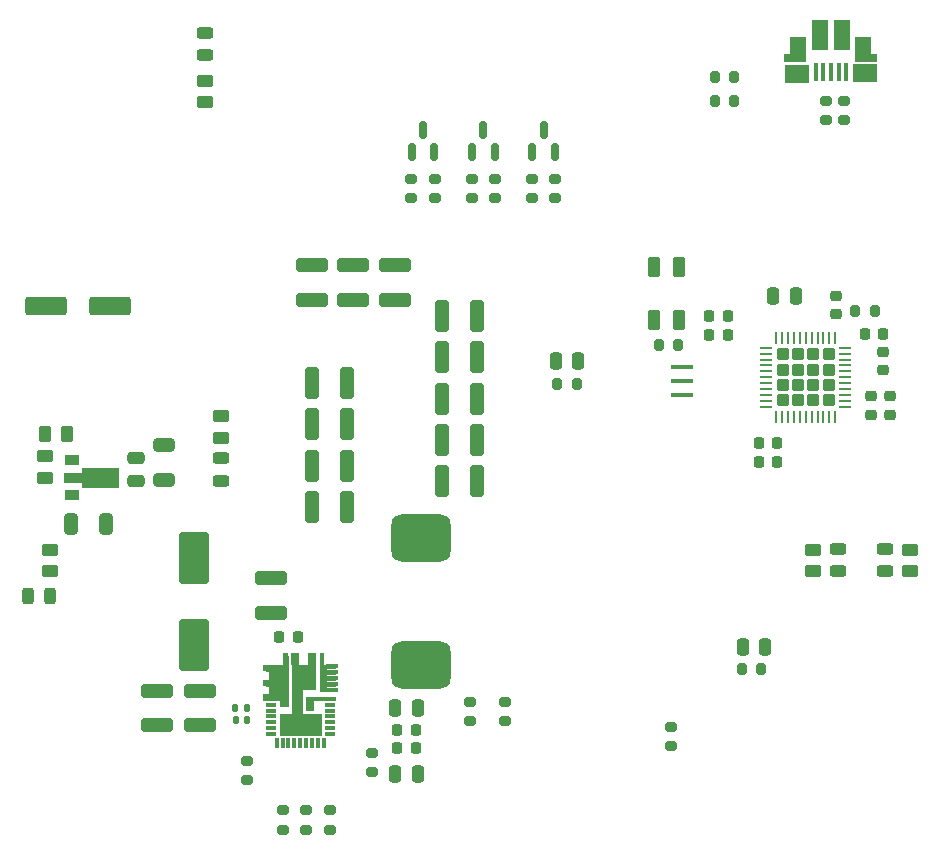
<source format=gtp>
G04 #@! TF.GenerationSoftware,KiCad,Pcbnew,(6.0.9)*
G04 #@! TF.CreationDate,2023-01-29T21:25:14-08:00*
G04 #@! TF.ProjectId,RadarPanelController,52616461-7250-4616-9e65-6c436f6e7472,REV1*
G04 #@! TF.SameCoordinates,Original*
G04 #@! TF.FileFunction,Paste,Top*
G04 #@! TF.FilePolarity,Positive*
%FSLAX46Y46*%
G04 Gerber Fmt 4.6, Leading zero omitted, Abs format (unit mm)*
G04 Created by KiCad (PCBNEW (6.0.9)) date 2023-01-29 21:25:14*
%MOMM*%
%LPD*%
G01*
G04 APERTURE LIST*
G04 Aperture macros list*
%AMRoundRect*
0 Rectangle with rounded corners*
0 $1 Rounding radius*
0 $2 $3 $4 $5 $6 $7 $8 $9 X,Y pos of 4 corners*
0 Add a 4 corners polygon primitive as box body*
4,1,4,$2,$3,$4,$5,$6,$7,$8,$9,$2,$3,0*
0 Add four circle primitives for the rounded corners*
1,1,$1+$1,$2,$3*
1,1,$1+$1,$4,$5*
1,1,$1+$1,$6,$7*
1,1,$1+$1,$8,$9*
0 Add four rect primitives between the rounded corners*
20,1,$1+$1,$2,$3,$4,$5,0*
20,1,$1+$1,$4,$5,$6,$7,0*
20,1,$1+$1,$6,$7,$8,$9,0*
20,1,$1+$1,$8,$9,$2,$3,0*%
%AMFreePoly0*
4,1,21,2.125000,-3.300000,1.400000,-3.300000,1.400000,-2.775000,0.000000,-2.775000,0.000000,-2.225000,0.520000,-2.225000,0.520000,-1.525000,0.000000,-1.525000,0.000000,-0.975000,0.520000,-0.975000,0.520000,-0.275000,0.000000,-0.275000,0.000000,-0.000500,-0.000500,-0.000500,-0.000500,0.000500,0.000000,0.000500,0.000000,0.275000,1.725000,0.275000,1.725000,1.235000,2.125000,1.235000,
2.125000,-3.300000,2.125000,-3.300000,$1*%
%AMFreePoly1*
4,1,9,3.862500,-0.866500,0.737500,-0.866500,0.737500,-0.450000,-0.737500,-0.450000,-0.737500,0.450000,0.737500,0.450000,0.737500,0.866500,3.862500,0.866500,3.862500,-0.866500,3.862500,-0.866500,$1*%
G04 Aperture macros list end*
%ADD10C,0.100000*%
%ADD11RoundRect,0.200000X-0.275000X0.200000X-0.275000X-0.200000X0.275000X-0.200000X0.275000X0.200000X0*%
%ADD12RoundRect,0.250000X1.100000X-0.325000X1.100000X0.325000X-1.100000X0.325000X-1.100000X-0.325000X0*%
%ADD13RoundRect,0.200000X0.275000X-0.200000X0.275000X0.200000X-0.275000X0.200000X-0.275000X-0.200000X0*%
%ADD14RoundRect,0.225000X-0.225000X-0.250000X0.225000X-0.250000X0.225000X0.250000X-0.225000X0.250000X0*%
%ADD15RoundRect,0.225000X0.225000X0.250000X-0.225000X0.250000X-0.225000X-0.250000X0.225000X-0.250000X0*%
%ADD16RoundRect,0.150000X0.150000X-0.587500X0.150000X0.587500X-0.150000X0.587500X-0.150000X-0.587500X0*%
%ADD17RoundRect,0.250000X-0.325000X-1.100000X0.325000X-1.100000X0.325000X1.100000X-0.325000X1.100000X0*%
%ADD18RoundRect,0.250000X1.000000X-1.950000X1.000000X1.950000X-1.000000X1.950000X-1.000000X-1.950000X0*%
%ADD19RoundRect,0.250000X-0.325000X-0.650000X0.325000X-0.650000X0.325000X0.650000X-0.325000X0.650000X0*%
%ADD20RoundRect,0.250000X0.450000X-0.262500X0.450000X0.262500X-0.450000X0.262500X-0.450000X-0.262500X0*%
%ADD21RoundRect,0.250000X0.250000X0.475000X-0.250000X0.475000X-0.250000X-0.475000X0.250000X-0.475000X0*%
%ADD22RoundRect,0.243750X0.456250X-0.243750X0.456250X0.243750X-0.456250X0.243750X-0.456250X-0.243750X0*%
%ADD23RoundRect,0.140000X0.140000X0.170000X-0.140000X0.170000X-0.140000X-0.170000X0.140000X-0.170000X0*%
%ADD24RoundRect,0.225000X0.250000X-0.225000X0.250000X0.225000X-0.250000X0.225000X-0.250000X-0.225000X0*%
%ADD25RoundRect,0.250000X0.475000X-0.250000X0.475000X0.250000X-0.475000X0.250000X-0.475000X-0.250000X0*%
%ADD26RoundRect,0.250000X0.325000X1.100000X-0.325000X1.100000X-0.325000X-1.100000X0.325000X-1.100000X0*%
%ADD27FreePoly0,0.000000*%
%ADD28R,0.920000X0.300000*%
%ADD29R,0.300000X0.920000*%
%ADD30R,0.920000X0.350000*%
%ADD31RoundRect,0.035000X-0.465000X-0.140000X0.465000X-0.140000X0.465000X0.140000X-0.465000X0.140000X0*%
%ADD32RoundRect,0.060000X0.140000X-0.490000X0.140000X0.490000X-0.140000X0.490000X-0.140000X-0.490000X0*%
%ADD33RoundRect,0.060000X0.240000X-0.490000X0.240000X0.490000X-0.240000X0.490000X-0.240000X-0.490000X0*%
%ADD34RoundRect,0.250000X-0.250000X-0.475000X0.250000X-0.475000X0.250000X0.475000X-0.250000X0.475000X0*%
%ADD35RoundRect,0.250000X1.500000X0.550000X-1.500000X0.550000X-1.500000X-0.550000X1.500000X-0.550000X0*%
%ADD36RoundRect,0.250000X-0.450000X0.262500X-0.450000X-0.262500X0.450000X-0.262500X0.450000X0.262500X0*%
%ADD37RoundRect,0.200000X0.200000X0.275000X-0.200000X0.275000X-0.200000X-0.275000X0.200000X-0.275000X0*%
%ADD38RoundRect,0.250000X-1.100000X0.325000X-1.100000X-0.325000X1.100000X-0.325000X1.100000X0.325000X0*%
%ADD39RoundRect,0.250000X0.650000X-0.325000X0.650000X0.325000X-0.650000X0.325000X-0.650000X-0.325000X0*%
%ADD40RoundRect,0.200000X-0.200000X-0.275000X0.200000X-0.275000X0.200000X0.275000X-0.200000X0.275000X0*%
%ADD41RoundRect,0.800000X1.700000X-1.200000X1.700000X1.200000X-1.700000X1.200000X-1.700000X-1.200000X0*%
%ADD42RoundRect,0.243750X0.243750X0.456250X-0.243750X0.456250X-0.243750X-0.456250X0.243750X-0.456250X0*%
%ADD43RoundRect,0.250000X0.262500X0.450000X-0.262500X0.450000X-0.262500X-0.450000X0.262500X-0.450000X0*%
%ADD44R,1.300000X0.900000*%
%ADD45FreePoly1,0.000000*%
%ADD46RoundRect,0.165000X0.385000X-0.710000X0.385000X0.710000X-0.385000X0.710000X-0.385000X-0.710000X0*%
%ADD47RoundRect,0.243750X-0.456250X0.243750X-0.456250X-0.243750X0.456250X-0.243750X0.456250X0.243750X0*%
%ADD48RoundRect,0.135000X-0.135000X-0.185000X0.135000X-0.185000X0.135000X0.185000X-0.135000X0.185000X0*%
%ADD49RoundRect,0.250000X-0.275000X0.275000X-0.275000X-0.275000X0.275000X-0.275000X0.275000X0.275000X0*%
%ADD50RoundRect,0.062500X-0.062500X0.475000X-0.062500X-0.475000X0.062500X-0.475000X0.062500X0.475000X0*%
%ADD51RoundRect,0.062500X-0.475000X0.062500X-0.475000X-0.062500X0.475000X-0.062500X0.475000X0.062500X0*%
%ADD52R,0.400000X1.650000*%
%ADD53R,2.000000X1.500000*%
%ADD54R,1.350000X2.000000*%
%ADD55R,1.825000X0.700000*%
%ADD56R,1.430000X2.500000*%
%ADD57R,1.900000X0.400000*%
G04 APERTURE END LIST*
G36*
X53423040Y-88370840D02*
G01*
X52749940Y-88370840D01*
X52749940Y-87855220D01*
X51591700Y-87855220D01*
X51591700Y-87347220D01*
X52313060Y-87347220D01*
X52313060Y-86603000D01*
X51591700Y-86603000D01*
X51591700Y-86095000D01*
X52313060Y-86095000D01*
X52313060Y-85353320D01*
X51591700Y-85353320D01*
X51591700Y-84845320D01*
X53118240Y-84845320D01*
X53118240Y-84088400D01*
X53423040Y-84088400D01*
X53423040Y-88370840D01*
G37*
D10*
X53423040Y-88370840D02*
X52749940Y-88370840D01*
X52749940Y-87855220D01*
X51591700Y-87855220D01*
X51591700Y-87347220D01*
X52313060Y-87347220D01*
X52313060Y-86603000D01*
X51591700Y-86603000D01*
X51591700Y-86095000D01*
X52313060Y-86095000D01*
X52313060Y-85353320D01*
X51591700Y-85353320D01*
X51591700Y-84845320D01*
X53118240Y-84845320D01*
X53118240Y-84088400D01*
X53423040Y-84088400D01*
X53423040Y-88370840D01*
G36*
X56453260Y-84847860D02*
G01*
X57408300Y-84847860D01*
X57408300Y-85101860D01*
X56702180Y-85101860D01*
X56702180Y-85348240D01*
X57408300Y-85348240D01*
X57408300Y-85602240D01*
X56702180Y-85602240D01*
X56702180Y-85848620D01*
X57408300Y-85848620D01*
X57408300Y-86102620D01*
X56702180Y-86102620D01*
X56702180Y-86349000D01*
X57408300Y-86349000D01*
X57408300Y-86603000D01*
X56702180Y-86603000D01*
X56702180Y-86846840D01*
X57408300Y-86846840D01*
X57408300Y-87100840D01*
X56148460Y-87100840D01*
X56148460Y-84088400D01*
X56453260Y-84088400D01*
X56453260Y-84847860D01*
G37*
X56453260Y-84847860D02*
X57408300Y-84847860D01*
X57408300Y-85101860D01*
X56702180Y-85101860D01*
X56702180Y-85348240D01*
X57408300Y-85348240D01*
X57408300Y-85602240D01*
X56702180Y-85602240D01*
X56702180Y-85848620D01*
X57408300Y-85848620D01*
X57408300Y-86102620D01*
X56702180Y-86102620D01*
X56702180Y-86349000D01*
X57408300Y-86349000D01*
X57408300Y-86603000D01*
X56702180Y-86603000D01*
X56702180Y-86846840D01*
X57408300Y-86846840D01*
X57408300Y-87100840D01*
X56148460Y-87100840D01*
X56148460Y-84088400D01*
X56453260Y-84088400D01*
X56453260Y-84847860D01*
G36*
X57408300Y-87847600D02*
G01*
X55615060Y-87847600D01*
X55615060Y-88660400D01*
X55005460Y-88660400D01*
X55005460Y-87593600D01*
X57408300Y-87593600D01*
X57408300Y-87847600D01*
G37*
X57408300Y-87847600D02*
X55615060Y-87847600D01*
X55615060Y-88660400D01*
X55005460Y-88660400D01*
X55005460Y-87593600D01*
X57408300Y-87593600D01*
X57408300Y-87847600D01*
G36*
X54284100Y-84845320D02*
G01*
X55246760Y-84845320D01*
X55246760Y-84088400D01*
X55754760Y-84088400D01*
X55754760Y-86890020D01*
X54606680Y-86890020D01*
X54606680Y-88970280D01*
X56252600Y-88970280D01*
X56252600Y-90748280D01*
X52747400Y-90748280D01*
X52747400Y-88970280D01*
X53776100Y-88970280D01*
X53776100Y-84088400D01*
X54284100Y-84088400D01*
X54284100Y-84845320D01*
G37*
X54284100Y-84845320D02*
X55246760Y-84845320D01*
X55246760Y-84088400D01*
X55754760Y-84088400D01*
X55754760Y-86890020D01*
X54606680Y-86890020D01*
X54606680Y-88970280D01*
X56252600Y-88970280D01*
X56252600Y-90748280D01*
X52747400Y-90748280D01*
X52747400Y-88970280D01*
X53776100Y-88970280D01*
X53776100Y-84088400D01*
X54284100Y-84088400D01*
X54284100Y-84845320D01*
D11*
X85900000Y-90075000D03*
X85900000Y-91725000D03*
D12*
X59000000Y-53975000D03*
X59000000Y-51025000D03*
D13*
X57000000Y-98825000D03*
X57000000Y-97175000D03*
D14*
X102325000Y-56800000D03*
X103875000Y-56800000D03*
D15*
X90675000Y-55300000D03*
X89125000Y-55300000D03*
D13*
X50000000Y-94625000D03*
X50000000Y-92975000D03*
D16*
X63950000Y-41437500D03*
X65850000Y-41437500D03*
X64900000Y-39562500D03*
D17*
X66525000Y-55300000D03*
X69475000Y-55300000D03*
D12*
X55500000Y-53975000D03*
X55500000Y-51025000D03*
D18*
X45500000Y-83200000D03*
X45500000Y-75800000D03*
D19*
X35125000Y-72900000D03*
X38075000Y-72900000D03*
D20*
X106100000Y-76912500D03*
X106100000Y-75087500D03*
D21*
X78050000Y-59100000D03*
X76150000Y-59100000D03*
D22*
X104000000Y-76937500D03*
X104000000Y-75062500D03*
D23*
X49980000Y-89500000D03*
X49020000Y-89500000D03*
D13*
X100500000Y-38725000D03*
X100500000Y-37075000D03*
D15*
X94875000Y-66100000D03*
X93325000Y-66100000D03*
D17*
X66525000Y-58800000D03*
X69475000Y-58800000D03*
D13*
X68900000Y-89625000D03*
X68900000Y-87975000D03*
D17*
X66525000Y-65800000D03*
X69475000Y-65800000D03*
X66525000Y-62300000D03*
X69475000Y-62300000D03*
D24*
X103800000Y-59875000D03*
X103800000Y-58325000D03*
D25*
X40600000Y-69250000D03*
X40600000Y-67350000D03*
D11*
X60600000Y-92275000D03*
X60600000Y-93925000D03*
D26*
X58475000Y-61000000D03*
X55525000Y-61000000D03*
D24*
X104400000Y-63675000D03*
X104400000Y-62125000D03*
D26*
X58475000Y-64500000D03*
X55525000Y-64500000D03*
D13*
X55000000Y-98825000D03*
X55000000Y-97175000D03*
D16*
X74150000Y-41437500D03*
X76050000Y-41437500D03*
X75100000Y-39562500D03*
D27*
X51340000Y-85080000D03*
D28*
X51998100Y-88220980D03*
X51998100Y-88718820D03*
X51998100Y-89219200D03*
X51998100Y-89719580D03*
X51998100Y-90219960D03*
X51998100Y-90720340D03*
D29*
X52501020Y-91505200D03*
X52998860Y-91505200D03*
X53499240Y-91505200D03*
X53999620Y-91505200D03*
X54500000Y-91505200D03*
X55000380Y-91505200D03*
X55500760Y-91505200D03*
X56001140Y-91505200D03*
X56498980Y-91505200D03*
D28*
X57001900Y-90720340D03*
X57001900Y-90219960D03*
X57001900Y-89719580D03*
X57001900Y-89219200D03*
X57001900Y-88718820D03*
X57001900Y-88220980D03*
D30*
X57001900Y-87720600D03*
D31*
X57160000Y-86973840D03*
X57160000Y-86476000D03*
X57160000Y-85975620D03*
X57160000Y-85475240D03*
X57160000Y-84974860D03*
D32*
X56300860Y-84395800D03*
D33*
X55500760Y-84395800D03*
X54030100Y-84395800D03*
D14*
X52725000Y-82500000D03*
X54275000Y-82500000D03*
D24*
X99900000Y-55175000D03*
X99900000Y-53625000D03*
D34*
X91950000Y-83300000D03*
X93850000Y-83300000D03*
D20*
X33300000Y-76912500D03*
X33300000Y-75087500D03*
D24*
X102800000Y-63675000D03*
X102800000Y-62125000D03*
D35*
X38400000Y-54500000D03*
X33000000Y-54500000D03*
D36*
X32900000Y-67187500D03*
X32900000Y-69012500D03*
D11*
X63900000Y-43675000D03*
X63900000Y-45325000D03*
D37*
X91225000Y-35100000D03*
X89575000Y-35100000D03*
D26*
X58475000Y-68000000D03*
X55525000Y-68000000D03*
D38*
X42400000Y-87025000D03*
X42400000Y-89975000D03*
D26*
X58475000Y-71500000D03*
X55525000Y-71500000D03*
D38*
X46000000Y-87025000D03*
X46000000Y-89975000D03*
D39*
X43000000Y-69175000D03*
X43000000Y-66225000D03*
D11*
X69000000Y-43675000D03*
X69000000Y-45325000D03*
D40*
X84875000Y-57800000D03*
X86525000Y-57800000D03*
D12*
X62500000Y-53975000D03*
X62500000Y-51025000D03*
D11*
X99000000Y-37075000D03*
X99000000Y-38725000D03*
D37*
X93525000Y-85200000D03*
X91875000Y-85200000D03*
D20*
X97900000Y-76912500D03*
X97900000Y-75087500D03*
D13*
X71800000Y-89625000D03*
X71800000Y-87975000D03*
D41*
X64700000Y-84900000D03*
X64700000Y-74100000D03*
D42*
X33337500Y-79000000D03*
X31462500Y-79000000D03*
D34*
X62550000Y-88500000D03*
X64450000Y-88500000D03*
D15*
X90675000Y-56900000D03*
X89125000Y-56900000D03*
D22*
X100000000Y-76937500D03*
X100000000Y-75062500D03*
D37*
X91225000Y-37100000D03*
X89575000Y-37100000D03*
D16*
X69050000Y-41437500D03*
X70950000Y-41437500D03*
X70000000Y-39562500D03*
D12*
X52000000Y-80475000D03*
X52000000Y-77525000D03*
D40*
X76275000Y-61100000D03*
X77925000Y-61100000D03*
D43*
X34712500Y-65300000D03*
X32887500Y-65300000D03*
D44*
X35150000Y-67500000D03*
D45*
X35237500Y-69000000D03*
D44*
X35150000Y-70500000D03*
D46*
X84425000Y-51150000D03*
X84425000Y-55650000D03*
X86575000Y-51150000D03*
X86575000Y-55650000D03*
D14*
X62725000Y-91900000D03*
X64275000Y-91900000D03*
D13*
X53000000Y-98825000D03*
X53000000Y-97175000D03*
D36*
X46400000Y-35387500D03*
X46400000Y-37212500D03*
D47*
X47800000Y-67375000D03*
X47800000Y-69250000D03*
D22*
X46400000Y-33237500D03*
X46400000Y-31362500D03*
D13*
X74100000Y-45325000D03*
X74100000Y-43675000D03*
D48*
X48990000Y-88500000D03*
X50010000Y-88500000D03*
D20*
X47800000Y-65612500D03*
X47800000Y-63787500D03*
D13*
X65900000Y-45325000D03*
X65900000Y-43675000D03*
X76100000Y-45325000D03*
X76100000Y-43675000D03*
D14*
X62725000Y-90400000D03*
X64275000Y-90400000D03*
D40*
X101475000Y-54900000D03*
X103125000Y-54900000D03*
D15*
X94875000Y-67700000D03*
X93325000Y-67700000D03*
D13*
X71000000Y-45325000D03*
X71000000Y-43675000D03*
D21*
X96450000Y-53600000D03*
X94550000Y-53600000D03*
D49*
X99250000Y-59850000D03*
X95350000Y-58550000D03*
X97950000Y-61150000D03*
X99250000Y-62450000D03*
X95350000Y-62450000D03*
X97950000Y-62450000D03*
X99250000Y-61150000D03*
X97950000Y-58550000D03*
X96650000Y-61150000D03*
X97950000Y-59850000D03*
X96650000Y-59850000D03*
X95350000Y-61150000D03*
X96650000Y-62450000D03*
X95350000Y-59850000D03*
X96650000Y-58550000D03*
X99250000Y-58550000D03*
D50*
X99800000Y-57162500D03*
X99300000Y-57162500D03*
X98800000Y-57162500D03*
X98300000Y-57162500D03*
X97800000Y-57162500D03*
X97300000Y-57162500D03*
X96800000Y-57162500D03*
X96300000Y-57162500D03*
X95800000Y-57162500D03*
X95300000Y-57162500D03*
X94800000Y-57162500D03*
D51*
X93962500Y-58000000D03*
X93962500Y-58500000D03*
X93962500Y-59000000D03*
X93962500Y-59500000D03*
X93962500Y-60000000D03*
X93962500Y-60500000D03*
X93962500Y-61000000D03*
X93962500Y-61500000D03*
X93962500Y-62000000D03*
X93962500Y-62500000D03*
X93962500Y-63000000D03*
D50*
X94800000Y-63837500D03*
X95300000Y-63837500D03*
X95800000Y-63837500D03*
X96300000Y-63837500D03*
X96800000Y-63837500D03*
X97300000Y-63837500D03*
X97800000Y-63837500D03*
X98300000Y-63837500D03*
X98800000Y-63837500D03*
X99300000Y-63837500D03*
X99800000Y-63837500D03*
D51*
X100637500Y-63000000D03*
X100637500Y-62500000D03*
X100637500Y-62000000D03*
X100637500Y-61500000D03*
X100637500Y-61000000D03*
X100637500Y-60500000D03*
X100637500Y-60000000D03*
X100637500Y-59500000D03*
X100637500Y-59000000D03*
X100637500Y-58500000D03*
X100637500Y-58000000D03*
D52*
X100725000Y-34665000D03*
X100075000Y-34665000D03*
X99425000Y-34665000D03*
X98775000Y-34665000D03*
X98125000Y-34665000D03*
D53*
X102275000Y-34765000D03*
X96525000Y-34785000D03*
D54*
X102155000Y-32715000D03*
D55*
X96425000Y-33465000D03*
D56*
X98465000Y-31515000D03*
D54*
X96675000Y-32715000D03*
D56*
X100385000Y-31515000D03*
D55*
X102375000Y-33465000D03*
D34*
X62550000Y-94100000D03*
X64450000Y-94100000D03*
D17*
X66525000Y-69300000D03*
X69475000Y-69300000D03*
D57*
X86800000Y-59600000D03*
X86800000Y-60800000D03*
X86800000Y-62000000D03*
M02*

</source>
